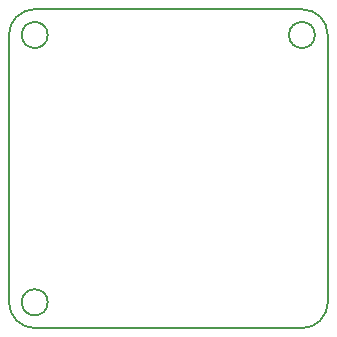
<source format=gm1>
G04 #@! TF.GenerationSoftware,KiCad,Pcbnew,7.0.7*
G04 #@! TF.CreationDate,2024-03-10T21:17:58-05:00*
G04 #@! TF.ProjectId,squirrelbrain,73717569-7272-4656-9c62-7261696e2e6b,1*
G04 #@! TF.SameCoordinates,Original*
G04 #@! TF.FileFunction,Profile,NP*
%FSLAX46Y46*%
G04 Gerber Fmt 4.6, Leading zero omitted, Abs format (unit mm)*
G04 Created by KiCad (PCBNEW 7.0.7) date 2024-03-10 21:17:58*
%MOMM*%
%LPD*%
G01*
G04 APERTURE LIST*
G04 #@! TA.AperFunction,Profile*
%ADD10C,0.150000*%
G04 #@! TD*
G04 APERTURE END LIST*
D10*
X63500000Y-61313708D02*
X63500000Y-38686292D01*
X62413708Y-38686292D02*
G75*
G03*
X62413708Y-38686292I-1100000J0D01*
G01*
X36500000Y-61313708D02*
G75*
G03*
X38686292Y-63500000I2186300J8D01*
G01*
X38686292Y-36500000D02*
G75*
G03*
X36500000Y-38686292I8J-2186300D01*
G01*
X61313708Y-36500000D02*
X38686292Y-36500000D01*
X61313708Y-63500000D02*
G75*
G03*
X63500000Y-61313708I-8J2186300D01*
G01*
X39786292Y-38686292D02*
G75*
G03*
X39786292Y-38686292I-1100000J0D01*
G01*
X38686292Y-63500000D02*
X61313708Y-63500000D01*
X36500000Y-38686292D02*
X36500000Y-61313708D01*
X63500000Y-38686292D02*
G75*
G03*
X61313708Y-36500000I-2186300J-8D01*
G01*
X39786292Y-61313708D02*
G75*
G03*
X39786292Y-61313708I-1100000J0D01*
G01*
M02*

</source>
